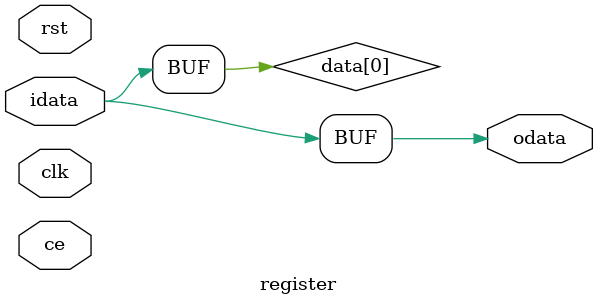
<source format=v>
`timescale 1ns / 1ps


module register
#(
    parameter WIDTH = 1,
    parameter DELAY = 0
 )
(
    input signed [WIDTH-1 : 0] idata,
    output signed [WIDTH-1 : 0] odata,
    input clk,
    input rst,
    input ce
    );
    
    wire[WIDTH-1:0] data [DELAY:0];
    assign data[0] = idata;
    
    generate
    if(DELAY == 0)
        assign odata = idata;
    else
    begin
        genvar i;
        for(i = 0; i < DELAY; i=i+1)
        begin
            delay 
            #(
            .reg_width(WIDTH)
            )del(
            .clk(clk),
            .rst(rst),
            .ce(ce),
            .idata(data[i]),
            .odata(data[i+1]));
        end
        assign odata = data[DELAY];
    end
    endgenerate
endmodule

</source>
